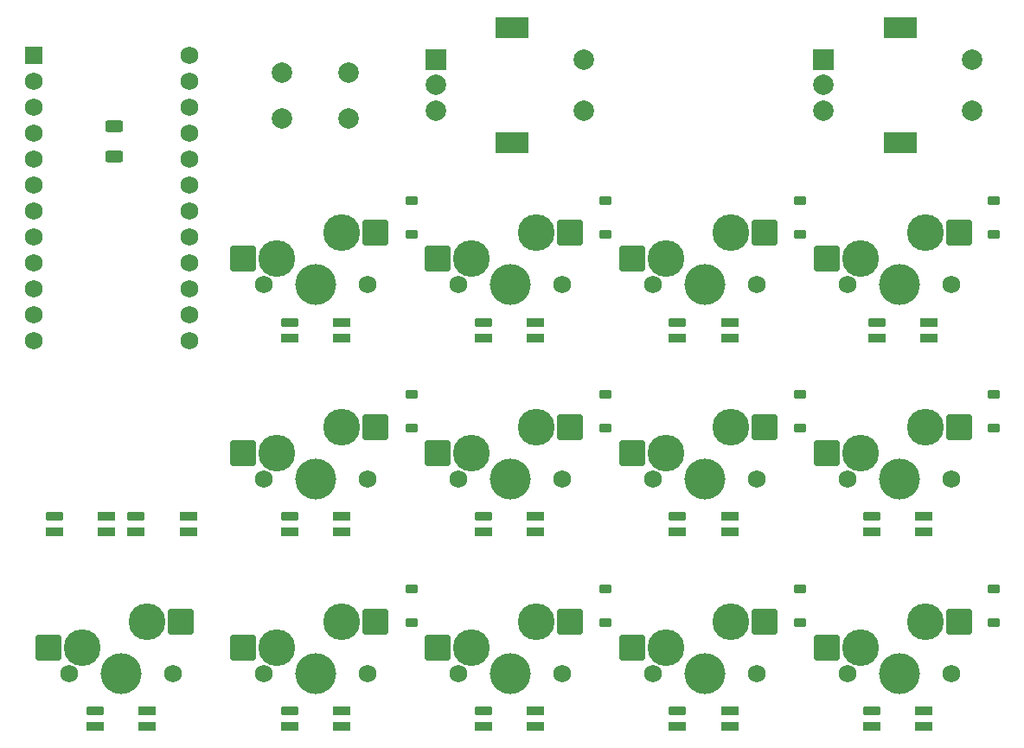
<source format=gbr>
%TF.GenerationSoftware,KiCad,Pcbnew,7.0.9*%
%TF.CreationDate,2024-04-10T10:39:18-07:00*%
%TF.ProjectId,macrov2.2.001,6d616372-6f76-4322-9e32-2e3030312e6b,2.2.001*%
%TF.SameCoordinates,Original*%
%TF.FileFunction,Soldermask,Bot*%
%TF.FilePolarity,Negative*%
%FSLAX46Y46*%
G04 Gerber Fmt 4.6, Leading zero omitted, Abs format (unit mm)*
G04 Created by KiCad (PCBNEW 7.0.9) date 2024-04-10 10:39:18*
%MOMM*%
%LPD*%
G01*
G04 APERTURE LIST*
G04 Aperture macros list*
%AMRoundRect*
0 Rectangle with rounded corners*
0 $1 Rounding radius*
0 $2 $3 $4 $5 $6 $7 $8 $9 X,Y pos of 4 corners*
0 Add a 4 corners polygon primitive as box body*
4,1,4,$2,$3,$4,$5,$6,$7,$8,$9,$2,$3,0*
0 Add four circle primitives for the rounded corners*
1,1,$1+$1,$2,$3*
1,1,$1+$1,$4,$5*
1,1,$1+$1,$6,$7*
1,1,$1+$1,$8,$9*
0 Add four rect primitives between the rounded corners*
20,1,$1+$1,$2,$3,$4,$5,0*
20,1,$1+$1,$4,$5,$6,$7,0*
20,1,$1+$1,$6,$7,$8,$9,0*
20,1,$1+$1,$8,$9,$2,$3,0*%
G04 Aperture macros list end*
%ADD10C,2.000000*%
%ADD11RoundRect,0.250000X-1.025000X-1.000000X1.025000X-1.000000X1.025000X1.000000X-1.025000X1.000000X0*%
%ADD12C,1.750000*%
%ADD13C,4.000000*%
%ADD14C,3.600000*%
%ADD15R,2.000000X2.000000*%
%ADD16R,3.200000X2.000000*%
%ADD17R,1.752600X1.752600*%
%ADD18C,1.752600*%
%ADD19RoundRect,0.225000X-0.375000X0.225000X-0.375000X-0.225000X0.375000X-0.225000X0.375000X0.225000X0*%
%ADD20R,1.700000X0.820000*%
%ADD21RoundRect,0.205000X0.645000X0.205000X-0.645000X0.205000X-0.645000X-0.205000X0.645000X-0.205000X0*%
%ADD22RoundRect,0.250000X-0.625000X0.312500X-0.625000X-0.312500X0.625000X-0.312500X0.625000X0.312500X0*%
G04 APERTURE END LIST*
D10*
%TO.C,SW1*%
X79750000Y-32750000D03*
X86250000Y-32750000D03*
X79750000Y-37250000D03*
X86250000Y-37250000D03*
%TD*%
D11*
%TO.C,S7*%
X114015000Y-70010000D03*
D12*
X116020000Y-72550000D03*
D13*
X121100000Y-72550000D03*
D12*
X126180000Y-72550000D03*
D11*
X126942000Y-67470000D03*
D14*
X117290000Y-70010000D03*
X123640000Y-67470000D03*
%TD*%
D11*
%TO.C,S5*%
X75915000Y-70010000D03*
D12*
X77920000Y-72550000D03*
D13*
X83000000Y-72550000D03*
D12*
X88080000Y-72550000D03*
D11*
X88842000Y-67470000D03*
D14*
X79190000Y-70010000D03*
X85540000Y-67470000D03*
%TD*%
D15*
%TO.C,SW3*%
X132750000Y-31500000D03*
D10*
X132750000Y-36500000D03*
X132750000Y-34000000D03*
D16*
X140250000Y-28400000D03*
X140250000Y-39600000D03*
D10*
X147250000Y-36500000D03*
X147250000Y-31500000D03*
%TD*%
D11*
%TO.C,S1*%
X75915000Y-50960000D03*
D12*
X77920000Y-53500000D03*
D13*
X83000000Y-53500000D03*
D12*
X88080000Y-53500000D03*
D11*
X88842000Y-48420000D03*
D14*
X79190000Y-50960000D03*
X85540000Y-48420000D03*
%TD*%
D11*
%TO.C,S10*%
X94965000Y-89060000D03*
D12*
X96970000Y-91600000D03*
D13*
X102050000Y-91600000D03*
D12*
X107130000Y-91600000D03*
D11*
X107892000Y-86520000D03*
D14*
X98240000Y-89060000D03*
X104590000Y-86520000D03*
%TD*%
D11*
%TO.C,S4*%
X133065000Y-50960000D03*
D12*
X135070000Y-53500000D03*
D13*
X140150000Y-53500000D03*
D12*
X145230000Y-53500000D03*
D11*
X145992000Y-48420000D03*
D14*
X136340000Y-50960000D03*
X142690000Y-48420000D03*
%TD*%
D11*
%TO.C,ModeButton1*%
X56873000Y-89060000D03*
D12*
X58878000Y-91600000D03*
D13*
X63958000Y-91600000D03*
D12*
X69038000Y-91600000D03*
D11*
X69800000Y-86520000D03*
D14*
X60148000Y-89060000D03*
X66498000Y-86520000D03*
%TD*%
D15*
%TO.C,SW2*%
X94750000Y-31500000D03*
D10*
X94750000Y-36500000D03*
X94750000Y-34000000D03*
D16*
X102250000Y-28400000D03*
X102250000Y-39600000D03*
D10*
X109250000Y-36500000D03*
X109250000Y-31500000D03*
%TD*%
D11*
%TO.C,S11*%
X114015000Y-89060000D03*
D12*
X116020000Y-91600000D03*
D13*
X121100000Y-91600000D03*
D12*
X126180000Y-91600000D03*
D11*
X126942000Y-86520000D03*
D14*
X117290000Y-89060000D03*
X123640000Y-86520000D03*
%TD*%
D11*
%TO.C,S6*%
X94965000Y-70010000D03*
D12*
X96970000Y-72550000D03*
D13*
X102050000Y-72550000D03*
D12*
X107130000Y-72550000D03*
D11*
X107892000Y-67470000D03*
D14*
X98240000Y-70010000D03*
X104590000Y-67470000D03*
%TD*%
D11*
%TO.C,S2*%
X94965000Y-50960000D03*
D12*
X96970000Y-53500000D03*
D13*
X102050000Y-53500000D03*
D12*
X107130000Y-53500000D03*
D11*
X107892000Y-48420000D03*
D14*
X98240000Y-50960000D03*
X104590000Y-48420000D03*
%TD*%
D17*
%TO.C,U2*%
X55380000Y-31065000D03*
D18*
X55380000Y-33605000D03*
X55380000Y-36145000D03*
X55380000Y-38685000D03*
X55380000Y-41225000D03*
X55380000Y-43765000D03*
X55380000Y-46305000D03*
X55380000Y-48845000D03*
X55380000Y-51385000D03*
X55380000Y-53925000D03*
X55380000Y-56465000D03*
X55380000Y-59005000D03*
X70620000Y-59005000D03*
X70620000Y-56465000D03*
X70620000Y-53925000D03*
X70620000Y-51385000D03*
X70620000Y-48845000D03*
X70620000Y-46305000D03*
X70620000Y-43765000D03*
X70620000Y-41225000D03*
X70620000Y-38685000D03*
X70620000Y-36145000D03*
X70620000Y-33605000D03*
X70620000Y-31065000D03*
%TD*%
D11*
%TO.C,S9*%
X75915000Y-89060000D03*
D12*
X77920000Y-91600000D03*
D13*
X83000000Y-91600000D03*
D12*
X88080000Y-91600000D03*
D11*
X88842000Y-86520000D03*
D14*
X79190000Y-89060000D03*
X85540000Y-86520000D03*
%TD*%
D11*
%TO.C,S8*%
X133065000Y-70010000D03*
D12*
X135070000Y-72550000D03*
D13*
X140150000Y-72550000D03*
D12*
X145230000Y-72550000D03*
D11*
X145992000Y-67470000D03*
D14*
X136340000Y-70010000D03*
X142690000Y-67470000D03*
%TD*%
D11*
%TO.C,S12*%
X133065000Y-89060000D03*
D12*
X135070000Y-91600000D03*
D13*
X140150000Y-91600000D03*
D12*
X145230000Y-91600000D03*
D11*
X145992000Y-86520000D03*
D14*
X136340000Y-89060000D03*
X142690000Y-86520000D03*
%TD*%
D11*
%TO.C,S3*%
X114015000Y-50960000D03*
D12*
X116020000Y-53500000D03*
D13*
X121100000Y-53500000D03*
D12*
X126180000Y-53500000D03*
D11*
X126942000Y-48420000D03*
D14*
X117290000Y-50960000D03*
X123640000Y-48420000D03*
%TD*%
D19*
%TO.C,D10*%
X111415000Y-83310000D03*
X111415000Y-86610000D03*
%TD*%
D20*
%TO.C,LED11*%
X123550000Y-96750000D03*
X123550000Y-95250000D03*
D21*
X118450000Y-95250000D03*
D20*
X118450000Y-96750000D03*
%TD*%
%TO.C,LED5*%
X85550000Y-77750000D03*
X85550000Y-76250000D03*
D21*
X80450000Y-76250000D03*
D20*
X80450000Y-77750000D03*
%TD*%
%TO.C,LED10*%
X104550000Y-96750000D03*
X104550000Y-95250000D03*
D21*
X99450000Y-95250000D03*
D20*
X99450000Y-96750000D03*
%TD*%
%TO.C,ModeLED1*%
X66550000Y-96750000D03*
X66550000Y-95250000D03*
D21*
X61450000Y-95250000D03*
D20*
X61450000Y-96750000D03*
%TD*%
D19*
%TO.C,D5*%
X92415000Y-64310000D03*
X92415000Y-67610000D03*
%TD*%
D22*
%TO.C,R1*%
X63250000Y-38037500D03*
X63250000Y-40962500D03*
%TD*%
D20*
%TO.C,LED6*%
X104550000Y-77750000D03*
X104550000Y-76250000D03*
D21*
X99450000Y-76250000D03*
D20*
X99450000Y-77750000D03*
%TD*%
D19*
%TO.C,D1*%
X92415000Y-45310000D03*
X92415000Y-48610000D03*
%TD*%
%TO.C,D2*%
X111415000Y-45310000D03*
X111415000Y-48610000D03*
%TD*%
D20*
%TO.C,LED7*%
X123550000Y-77750000D03*
X123550000Y-76250000D03*
D21*
X118450000Y-76250000D03*
D20*
X118450000Y-77750000D03*
%TD*%
D19*
%TO.C,D9*%
X92415000Y-83310000D03*
X92415000Y-86610000D03*
%TD*%
%TO.C,D6*%
X111415000Y-64310000D03*
X111415000Y-67610000D03*
%TD*%
D20*
%TO.C,FuncLED1*%
X62550000Y-77750000D03*
X62550000Y-76250000D03*
D21*
X57450000Y-76250000D03*
D20*
X57450000Y-77750000D03*
%TD*%
D19*
%TO.C,D8*%
X149415000Y-64310000D03*
X149415000Y-67610000D03*
%TD*%
D20*
%TO.C,LED2*%
X104550000Y-58750000D03*
X104550000Y-57250000D03*
D21*
X99450000Y-57250000D03*
D20*
X99450000Y-58750000D03*
%TD*%
%TO.C,LED1*%
X85550000Y-58750000D03*
X85550000Y-57250000D03*
D21*
X80450000Y-57250000D03*
D20*
X80450000Y-58750000D03*
%TD*%
%TO.C,LED4*%
X143050000Y-58750000D03*
X143050000Y-57250000D03*
D21*
X137950000Y-57250000D03*
D20*
X137950000Y-58750000D03*
%TD*%
%TO.C,LED3*%
X123550000Y-58750000D03*
X123550000Y-57250000D03*
D21*
X118450000Y-57250000D03*
D20*
X118450000Y-58750000D03*
%TD*%
%TO.C,FuncLED2*%
X70550000Y-77750000D03*
X70550000Y-76250000D03*
D21*
X65450000Y-76250000D03*
D20*
X65450000Y-77750000D03*
%TD*%
%TO.C,LED9*%
X85550000Y-96750000D03*
X85550000Y-95250000D03*
D21*
X80450000Y-95250000D03*
D20*
X80450000Y-96750000D03*
%TD*%
D19*
%TO.C,D11*%
X130415000Y-83310000D03*
X130415000Y-86610000D03*
%TD*%
%TO.C,D4*%
X149415000Y-45310000D03*
X149415000Y-48610000D03*
%TD*%
D20*
%TO.C,LED12*%
X142550000Y-96750000D03*
X142550000Y-95250000D03*
D21*
X137450000Y-95250000D03*
D20*
X137450000Y-96750000D03*
%TD*%
%TO.C,LED8*%
X142550000Y-77750000D03*
X142550000Y-76250000D03*
D21*
X137450000Y-76250000D03*
D20*
X137450000Y-77750000D03*
%TD*%
D19*
%TO.C,D12*%
X149415000Y-83310000D03*
X149415000Y-86610000D03*
%TD*%
%TO.C,D7*%
X130415000Y-64310000D03*
X130415000Y-67610000D03*
%TD*%
%TO.C,D3*%
X130415000Y-45310000D03*
X130415000Y-48610000D03*
%TD*%
M02*

</source>
